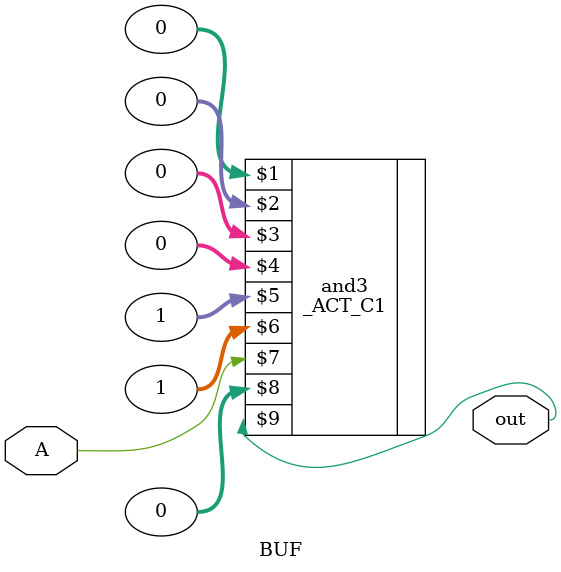
<source format=v>
module BUF (
    input A,

    output out
);

    _ACT_C1 and3(0, 0, 0, 0, 1, 1, A, 0, out);

endmodule
</source>
